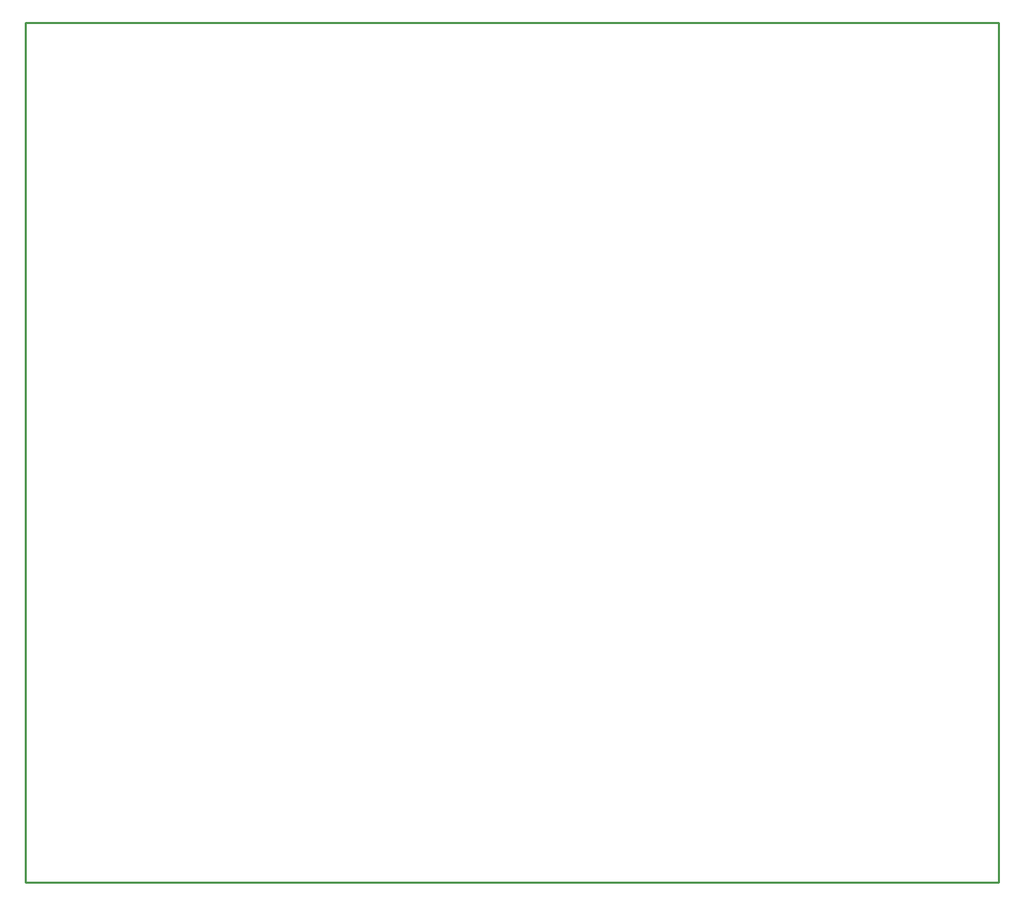
<source format=gbr>
G04 #@! TF.GenerationSoftware,KiCad,Pcbnew,(5.1.5-0-10_14)*
G04 #@! TF.CreationDate,2020-10-31T12:06:31+01:00*
G04 #@! TF.ProjectId,ti99-psu,74693939-2d70-4737-952e-6b696361645f,rev?*
G04 #@! TF.SameCoordinates,Original*
G04 #@! TF.FileFunction,Profile,NP*
%FSLAX46Y46*%
G04 Gerber Fmt 4.6, Leading zero omitted, Abs format (unit mm)*
G04 Created by KiCad (PCBNEW (5.1.5-0-10_14)) date 2020-10-31 12:06:31*
%MOMM*%
%LPD*%
G04 APERTURE LIST*
%ADD10C,0.254000*%
G04 APERTURE END LIST*
D10*
X37433500Y-47720500D02*
X157433500Y-47720500D01*
X157433500Y-153720500D02*
X37433500Y-153720500D01*
X157433500Y-47720500D02*
X157433500Y-153720500D01*
X37433500Y-153720500D02*
X37433500Y-47720500D01*
M02*

</source>
